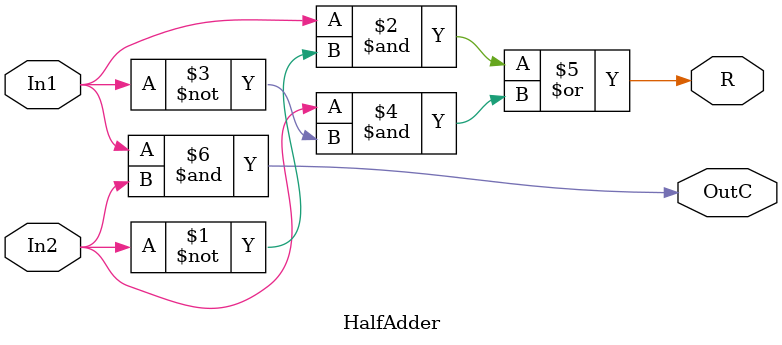
<source format=v>

/************************************************************************
--	Description: Combinatory definition of a half adder
--
--	Inputs: 	In1; 1 bit first input.   
--				In2; 1 bit second input.

--	
--	Outputs: R;	1 bit result from sum.
--				OutC; 1 bit carry from sum.
--**********************************************************************/

// Entity declaration

module HalfAdder(
						input In1,    
						input In2,   
						output R,
						output OutC);
			
/*------------------------------------------------------------------------
-------------------------- ARCHITECTURE LOGIC ----------------------------
------------------------------------------------------------------------*/

assign R = (In1 & (~ In2)) | (In2 & (~ In1));

assign OutC = (In1 & In2);


endmodule
</source>
